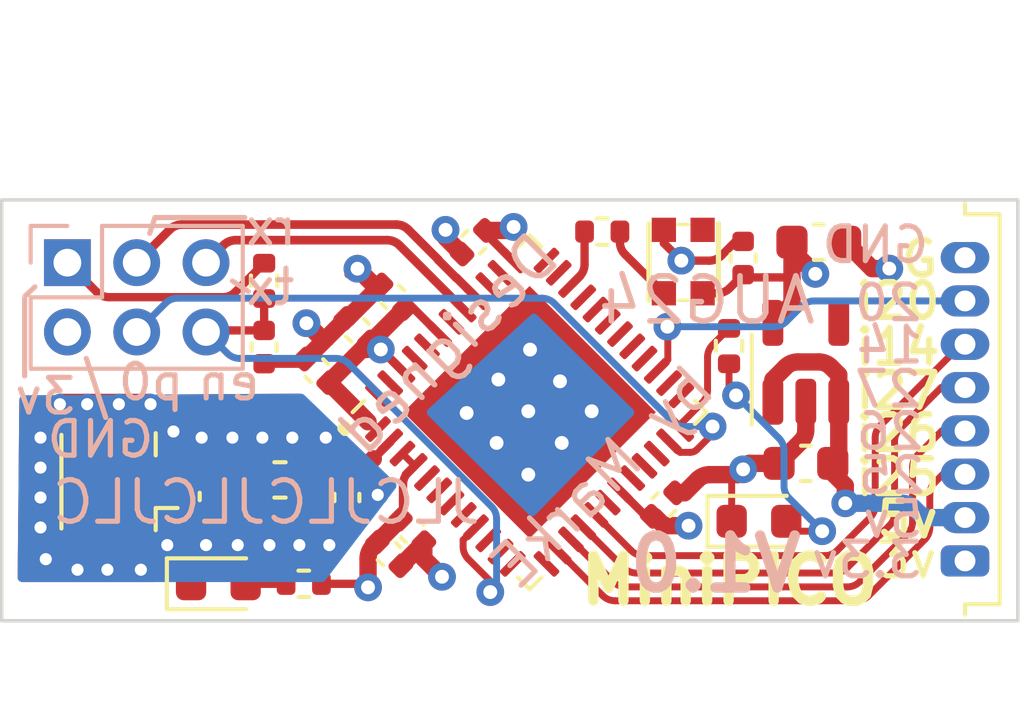
<source format=kicad_pcb>
(kicad_pcb (version 20221018) (generator pcbnew)
  (layers (0 "F.Cu" signal) (1 "In1.Cu" signal) (2 "In2.Cu" signal) (31 "B.Cu" signal) (34 "B.Paste" user) (35 "F.Paste" user) (36 "B.SilkS" user "B.Silkscreen") (37 "F.SilkS" user "F.Silkscreen") (38 "B.Mask" user) (39 "F.Mask" user) (44 "Edge.Cuts" user))
  (net 0 "")
  (net 1 "GND")
  (net 2 "Net-(AE1-A)")
  (net 3 "+3V3")
  (net 4 "Net-(U1-LNA_IN)")
  (net 28 "+5V")
  (net 29 "Net-(J1-Pin_3)")
  (net 30 "Net-(J1-Pin_5)")
  (net 31 "Net-(J1-Pin_6)")
  (net 32 "Net-(J1-Pin_4)")
  (net 33 "Net-(J2-Pin_7)")
  (net 34 "Net-(J2-Pin_5)")
  (net 35 "Net-(J2-Pin_6)")
  (net 36 "Net-(J2-Pin_4)")
  (net 37 "Net-(J2-Pin_3)")
  (net 38 "Net-(D1-DIN)")
  (net 39 "Net-(U1-GPIO5)")
  (net 40 "Net-(D2-A)")
  (net 42 "Net-(D3-A)")
  (net 43 "Net-(U1-GPIO4{slash}ADC2_CH0)")
  (footprint "LED_SMD:LED_0603_1608Metric" (layer "F.Cu") (at 100.3808 49.2506)
    (fp_text reference "D3" hide)
    (fp_text value "LED")
  )
  (footprint "Capacitor_SMD:C_0402_1005Metric" (layer "F.Cu") (at 88.7984 43.7388 135)
    (fp_text reference "C8" hide)
    (fp_text value "1uF")
  )
  (footprint "Connector_Coaxial:U.FL_Hirose_U.FL-R-SMT-1_Vertical" (layer "F.Cu") (at 82.0928 48.1076 180)
    (fp_text reference "AE1" hide)
    (fp_text value "Antenna")
  )
  (footprint "Capacitor_SMD:C_0402_1005Metric" (layer "F.Cu") (at 89.8144 42.7736 135)
    (fp_text reference "C12" hide)
    (fp_text value "100nF")
  )
  (footprint "Capacitor_SMD:C_0402_1005Metric" (layer "F.Cu") (at 99.9236 41.656 90)
    (fp_text reference "C11" hide)
    (fp_text value "1uF")
  )
  (footprint "Capacitor_SMD:C_0402_1005Metric" (layer "F.Cu") (at 84.6074 48.535 90)
    (fp_text reference "C3" hide)
    (fp_text value "1.5pF")
  )
  (footprint "Resistor_SMD:R_0402_1005Metric" (layer "F.Cu") (at 95.8596 40.894)
    (fp_text reference "R2" hide)
    (fp_text value "47R")
  )
  (footprint "Capacitor_SMD:C_0402_1005Metric" (layer "F.Cu") (at 90.3732 49.53 -45)
    (fp_text reference "C9" hide)
    (fp_text value "1uF")
  )
  (footprint "Capacitor_SMD:C_0402_1005Metric" (layer "F.Cu") (at 97.6376 48.768 45)
    (fp_text reference "C10" hide)
    (fp_text value "100nF")
  )
  (footprint "Resistor_SMD:R_0402_1005Metric" (layer "F.Cu") (at 86.106 42.3144 -90)
    (fp_text reference "R1" hide)
    (fp_text value "10K")
  )
  (footprint "Package_DFN_QFN:QFN-48-1EP_7x7mm_P0.5mm_EP5.15x5.15mm" (layer "F.Cu") (at 93.764237 46.103604 45)
    (fp_text reference "U1" hide)
    (fp_text value "ESP32-PICO-V3")
  )
  (footprint "Resistor_SMD:R_0402_1005Metric" (layer "F.Cu") (at 99.5172 44.196 -90)
    (fp_text reference "R4" hide)
    (fp_text value "330R")
  )
  (footprint "Inductor_SMD:L_0603_1608Metric" (layer "F.Cu") (at 86.5632 48.0568 180)
    (fp_text reference "L1" hide)
    (fp_text value "1.8nH")
  )
  (footprint "Mylib:WS2812_2020" (layer "F.Cu") (at 98.1964 41.7576 90)
    (fp_text reference "D1" hide)
    (fp_text value "WS2812B")
  )
  (footprint "LED_SMD:LED_0603_1608Metric" (layer "F.Cu") (at 84.7852 51.054)
    (fp_text reference "D2" hide)
    (fp_text value "LED")
  )
  (footprint "Capacitor_SMD:C_0603_1608Metric" (layer "F.Cu") (at 101.7346 47.5796 180)
    (fp_text reference "C7" hide)
    (fp_text value "10uF")
  )
  (footprint "Capacitor_SMD:C_0603_1608Metric" (layer "F.Cu") (at 102.108 41.1988)
    (fp_text reference "C6" hide)
    (fp_text value "10uF")
  )
  (footprint "Package_TO_SOT_SMD:SOT-23-5" (layer "F.Cu") (at 101.7324 44.6641 90)
    (fp_text reference "U3" hide)
    (fp_text value "AP2112K-3.3")
  )
  (footprint "Resistor_SMD:R_0402_1005Metric" (layer "F.Cu") (at 87.249 51.054 180)
    (fp_text reference "R3" hide)
    (fp_text value "330R")
  )
  (footprint "Connector_Hirose:Hirose_DF13-08P-1.25DSA_1x08_P1.25mm_Vertical" (layer "F.Cu") (at 106.3244 50.3936 90)
    (fp_text reference "J2" hide)
    (fp_text value "Conn_01x08_Socket" hide)
  )
  (footprint "Capacitor_SMD:C_0402_1005Metric" (layer "F.Cu") (at 86.106 44.224 -90)
    (fp_text reference "C1" hide)
    (fp_text value "1uF")
  )
  (footprint "Capacitor_SMD:C_0402_1005Metric" (layer "F.Cu") (at 87.63 44.9072 135)
    (fp_text reference "C5" hide)
    (fp_text value "100nF")
  )
  (footprint "Capacitor_SMD:C_0402_1005Metric" (layer "F.Cu") (at 88.4936 48.5648 90)
    (fp_text reference "C2" hide)
    (fp_text value "1.5pF")
  )
  (footprint "Capacitor_SMD:C_0402_1005Metric" (layer "F.Cu") (at 89.7128 50.1904 -45)
    (fp_text reference "C13" hide)
    (fp_text value "100nF")
  )
  (footprint "Capacitor_SMD:C_0402_1005Metric" (layer "F.Cu") (at 92.1512 41.1988 -135)
    (fp_text reference "C4" hide)
    (fp_text value "100nF")
  )
  (footprint "Connector_PinHeader_2.00mm:PinHeader_2x03_P2.00mm_Vertical" (layer "B.Cu") (at 80.4296 41.7896 -90)
    (fp_text reference "J1" hide)
    (fp_text value "Conn_02x03_Odd_Even")
  )
  (gr_line (start 82.9564 40.4876) (end 82.804 40.9448) (stroke (width 0.15)) (layer "B.SilkS"))
  (gr_line (start 79.2072 42.7562) (end 79.492 42.4862) (stroke (width 0.15)) (layer "B.SilkS"))
  (gr_line (start 79.1972 42.8244) (end 79.1972 45.0596) (stroke (width 0.15)) (layer "B.SilkS"))
  (gr_line (start 81.534 46.2534) (end 80.9752 44.5516) (stroke (width 0.15)) (layer "B.SilkS"))
  (gr_line (start 85.5472 40.4876) (end 82.9564 40.4876) (stroke (width 0.15)) (layer "B.SilkS"))
  (gr_line (start 85.6488 42.6212) (end 85.1916 42.3164) (stroke (width 0.15)) (layer "B.SilkS"))
  (gr_rect (start 78.5368 39.9796) (end 107.8484 52.1208) (stroke (width 0.1)) (fill none) (layer "Edge.Cuts"))
  (gr_text "5v" (at 105.2068 49.784) (layer "B.SilkS") (effects (font (size 1 1)) (justify left bottom mirror)))
  (gr_text "rx" (at 87.122 41.3512) (layer "B.SilkS") (effects (font (size 1 1)) (justify left bottom mirror)))
  (gr_text "JLCJLCJLCJLC" (at 92.4306 49.403) (layer "B.SilkS") (effects (font (size 1.2 1.2)) (justify left bottom mirror)))
  (gr_text "p0" (at 83.8708 45.8216) (layer "B.SilkS") (effects (font (size 1 1)) (justify left bottom mirror)))
  (gr_text "AUG24" (at 102.108 43.6372) (layer "B.SilkS") (effects (font (size 1.3 1.3) (thickness 0.1625)) (justify left bottom mirror)))
  (gr_text "14" (at 105.2068 44.7548) (layer "B.SilkS") (effects (font (size 1 1)) (justify left bottom mirror)))
  (gr_text "25" (at 105.2576 48.514) (layer "B.SilkS") (effects (font (size 1 1)) (justify left bottom mirror)))
  (gr_text "3.3v" (at 105.156 50.9524) (layer "B.SilkS") (effects (font (size 1 1)) (justify left bottom mirror)))
  (gr_text "3v" (at 80.7466 46.228) (layer "B.SilkS") (effects (font (size 1 1)) (justify left bottom mirror)))
  (gr_text "27" (at 105.156 46.0248) (layer "B.SilkS") (effects (font (size 1 1)) (justify left bottom mirror)))
  (gr_text "en" (at 86.0552 45.8216) (layer "B.SilkS") (effects (font (size 1 1)) (justify left bottom mirror)))
  (gr_text "GND" (at 83.0072 47.4726) (layer "B.SilkS") (effects (font (size 1 1)) (justify left bottom mirror)))
  (gr_text "20" (at 105.156 43.5356) (layer "B.SilkS") (effects (font (size 1 1)) (justify left bottom mirror)))
  (gr_text "26" (at 105.2068 47.244) (layer "B.SilkS") (effects (font (size 1 1)) (justify left bottom mirror)))
  (gr_text "V1.0" (at 101.7524 51.3588) (layer "B.SilkS") (effects (font (size 1.5 1.5) (thickness 0.3) bold) (justify left bottom mirror)))
  (gr_text "Designed" (at 94.8436 41.7068 45) (layer "B.SilkS") (effects (font (size 1.2 1.2) (thickness 0.1625)) (justify left bottom mirror)))
  (gr_text "tx" (at 87.0712 43.0784) (layer "B.SilkS") (effects (font (size 1 1)) (justify left bottom mirror)))
  (gr_text "by MarkE" (at 99.314 45.5168 45) (layer "B.SilkS") (effects (font (size 1.2 1.2)) (justify left bottom mirror)))
  (gr_text "GND" (at 105.3592 41.8592) (layer "B.SilkS") (effects (font (size 1 1)) (justify left bottom mirror)))
  (gr_text "G" (at 104.394 42.2656) (layer "F.SilkS") (effects (font (size 1 1) (thickness 0.1875)) (justify left bottom)))
  (gr_text "i25" (at 103.0732 48.5648) (layer "F.SilkS") (effects (font (size 1 1) (thickness 0.1875)) (justify left bottom)))
  (gr_text "3v" (at 103.6828 50.9524) (layer "F.SilkS") (effects (font (size 1 1)) (justify left bottom)))
  (gr_text "i14" (at 103.0732 44.8056) (layer "F.SilkS") (effects (font (size 1 1) (thickness 0.1875)) (justify left bottom)))
  (gr_text "i26" (at 103.0732 47.2948) (layer "F.SilkS") (effects (font (size 1 1) (thickness 0.1875)) (justify left bottom)))
  (gr_text "MiniPICO" (at 95.0976 51.7144) (layer "F.SilkS") (effects (font (size 1.3 1.3) (thickness 0.3) bold) (justify left bottom)))
  (gr_text "5v" (at 103.6828 49.784) (layer "F.SilkS") (effects (font (size 1 1) (thickness 0.1875)) (justify left bottom)))
  (gr_text "." (at 87.884 46.8376) (layer "F.SilkS") (effects (font (size 1.5 1.5) (thickness 0.3) bold) (justify left bottom)))
  (gr_text "i20" (at 103.0732 43.4848) (layer "F.SilkS") (effects (font (size 1 1) (thickness 0.1875)) (justify left bottom)))
  (gr_text "i27" (at 103.0732 46.0756) (layer "F.SilkS") (effects (font (size 1 1) (thickness 0.1875)) (justify left bottom)))
  (segment (start 99.9236 47.752) (end 100.096 47.5796) (width 0.5) (layer "F.Cu") (net 1))
  (segment (start 87.900189 43.976611) (end 87.309011 44.567789) (width 0.5) (layer "F.Cu") (net 1))
  (segment (start 100.096 47.5796) (end 100.9596 47.5796) (width 0.5) (layer "F.Cu") (net 1))
  (segment (start 80.7212 50.6476) (end 82.55 50.6476) (width 0.5) (layer "F.Cu") (net 1))
  (segment (start 88.458989 43.399389) (end 88.509789 43.399389) (width 0.5) (layer "F.Cu") (net 1))
  (segment (start 83.312 49.9364) (end 80.137 49.9364) (width 0.5) (layer "F.Cu") (net 1))
  (segment (start 80.264 45.8216) (end 80.2132 45.8724) (width 0.5) (layer "F.Cu") (net 1))
  (segment (start 88.8264 49.0448) (end 88.4936 49.0448) (width 0.5) (layer "F.Cu") (net 1))
  (segment (start 79.7306 49.3522) (end 79.6544 49.4284) (width 0.5) (layer "F.Cu") (net 1))
  (segment (start 83.5152 49.9364) (end 84.4296 49.9364) (width 0.5) (layer "F.Cu") (net 1))
  (segment (start 90.052211 50.529811) (end 90.712611 49.869411) (width 0.5) (layer "F.Cu") (net 1))
  (segment (start 99.7712 47.9044) (end 98.962307 47.9044) (width 0.5) (layer "F.Cu") (net 1))
  (segment (start 79.7814 46.9646) (end 79.6544 46.8376) (width 0.5) (layer "F.Cu") (net 1))
  (segment (start 83.185 46.9646) (end 79.7814 46.9646) (width 0.5) (layer "F.Cu") (net 1))
  (segment (start 82.8294 45.8724) (end 82.7786 45.8216) (width 0.5) (layer "F.Cu") (net 1))
  (segment (start 83.4898 46.6598) (end 83.4898 46.4058) (width 0.5) (layer "F.Cu") (net 1))
  (segment (start 81.0006 45.8724) (end 81.0006 46.0154) (width 0.24) (layer "F.Cu") (net 1))
  (segment (start 89.3826 48.4886) (end 89.3826 48.5394) (width 0.5) (layer "F.Cu") (net 1))
  (segment (start 86.9188 46.8376) (end 86.9188 46.5836) (width 0.5) (layer "F.Cu") (net 1))
  (segment (start 99.297399 41.585001) (end 99.7064 41.176) (width 0.24) (layer "F.Cu") (net 1))
  (segment (start 103.645 41.9608) (end 102.883 41.1988) (width 0.5) (layer "F.Cu") (net 1))
  (segment (start 88.458989 43.417811) (end 87.900189 43.976611) (width 0.5) (layer "F.Cu") (net 1))
  (segment (start 83.8962 49.3522) (end 79.7306 49.3522) (width 0.5) (layer "F.Cu") (net 1))
  (segment (start 81.0006 46.0154) (end 81.6178 46.6326) (width 0.24) (layer "F.Cu") (net 1))
  (segment (start 79.6544 46.8376) (end 79.6544 46.4312) (width 0.5) (layer "F.Cu") (net 1))
  (segment (start 88.7984 41.9641) (end 88.702098 41.9641) (width 0.25) (layer "F.Cu") (net 1))
  (segment (start 99.5933 48.0823) (end 99.9236 47.752) (width 0.2) (layer "F.Cu") (net 1))
  (segment (start 101.7324 45.8016) (end 101.7324 46.599693) (width 0.5) (layer "F.Cu") (net 1))
  (segment (start 91.2368 50.8508) (end 90.712611 50.326611) (width 0.5) (layer "F.Cu") (net 1))
  (segment (start 87.9856 46.9392) (end 87.9856 46.99) (width 0.5) (layer "F.Cu") (net 1))
  (segment (start 83.2184 46.236) (end 82.8548 45.8724) (width 0.5) (layer "F.Cu") (net 1))
  (segment (start 86.5552 46.236) (end 83.2184 46.236) (width 0.5) (layer "F.Cu") (net 1))
  (segment (start 97.6376 41.227838) (end 97.6376 40.8432) (width 0.24) (layer "F.Cu") (net 1))
  (segment (start 83.4898 46.4058) (end 83.312 46.228) (width 0.5) (layer "F.Cu") (net 1))
  (segment (start 83.7184 49.7332) (end 86.0552 49.7332) (width 0.5) (layer "F.Cu") (net 1))
  (segment (start 82.9056 50.3428) (end 83.312 49.9364) (width 0.5) (layer "F.Cu") (net 1))
  (segment (start 87.154378 44.704) (end 87.290589 44.567789) (width 0.24) (layer "F.Cu") (net 1))
  (segment (start 84.716 49.1236) (end 88.4148 49.1236) (width 0.5) (layer "F.Cu") (net 1))
  (segment (start 87.309011 44.567789) (end 87.290589 44.567789) (width 0.5) (layer "F.Cu") (net 1))
  (segment (start 79.6544 46.4312) (end 80.2132 45.8724) (width 0.5) (layer "F.Cu") (net 1))
  (segment (start 86.0552 49.7332) (end 86.2584 49.9364) (width 0.5) (layer "F.Cu") (net 1))
  (segment (start 88.4148 49.1236) (end 88.4936 49.0448) (width 0.5) (layer "F.Cu") (net 1))
  (segment (start 98.608753 48.050847) (end 98.231011 48.428589) (width 0.5) (layer "F.Cu") (net 1))
  (segment (start 99.7064 41.176) (end 99.9236 41.176) (width 0.24) (layer "F.Cu") (net 1))
  (segment (start 89.3826 48.5394) (end 87.9856 49.9364) (width 0.5) (layer "F.Cu") (net 1))
  (segment (start 84.3026 46.8376) (end 84.3026 46.236) (width 0.5) (layer "F.Cu") (net 1))
  (segment (start 101.585953 46.953247) (end 100.9596 47.5796) (width 0.5) (layer "F.Cu") (net 1))
  (segment (start 87.900189 43.976611) (end 87.766211 43.976611) (width 0.5) (layer "F.Cu") (net 1))
  (segment (start 87.766211 43.976611) (end 87.3252 43.5356) (width 0.5) (layer "F.Cu") (net 1))
  (segment (start 104.14 41.9608) (end 103.645 41.9608) (width 0.5) (layer "F.Cu") (net 1))
  (segment (start 98.14121 41.731448) (end 97.6376 41.227838) (width 0.24) (layer "F.Cu") (net 1))
  (segment (start 87.9856 49.3776) (end 83.8708 49.3776) (width 0.5) (layer "F.Cu") (net 1))
  (segment (start 79.6544 46.8376) (end 79.6544 47.7012) (width 0.5) (layer "F.Cu") (net 1))
  (segment (start 83.312 46.228) (end 80.1116 46.228) (width 0.5) (layer "F.Cu") (net 1))
  (segment (start 91.3384 40.8432) (end 91.3384 41.064822) (width 0.25) (layer "F.Cu") (net 1))
  (segment (start 79.8068 50.3428) (end 82.9056 50.3428) (width 0.5) (layer "F.Cu") (net 1))
  (segment (start 86.106 44.704) (end 87.154378 44.704) (width 0.24) (layer "F.Cu") (net 1))
  (segment (start 89.268489 42.434189) (end 88.7984 41.9641) (width 0.5) (layer "F.Cu") (net 1))
  (segment (start 80.137 49.9364) (end 79.7052 49.5046) (width 0.5) (layer "F.Cu") (net 1))
  (segment (start 82.7786 45.8216) (end 80.264 45.8216) (width 0.5) (layer "F.Cu") (net 1))
  (segment (start 99.9236 47.752) (end 99.7712 47.9044) (width 0.5) (layer "F.Cu") (net 1))
  (segment (start 83.6676 49.3776) (end 83.312 49.7332) (width 0.5) (layer "F.Cu") (net 1))
  (segment (start 98.231011 48.428589) (end 97.977011 48.428589) (width 0.5) (layer "F.Cu") (net 1))
  (segment (start 86.5632 46.228) (end 86.5552 46.236) (width 0.5) (layer "F.Cu") (net 1))
  (segment (start 91.3384 41.064822) (end 91.811789 41.538211) (width 0.5) (layer "F.Cu") (net 1))
  (segment (start 87.9856 46.99) (end 83.1596 46.99) (width 0.5) (layer "F.Cu") (net 1))
  (segment (start 87.290589 43.570211) (end 87.3252 43.5356) (width 0.24) (layer "F.Cu") (net 1))
  (segment (start 80.1116 46.228) (end 79.8576 45.974) (width 0.5) (layer "F.Cu") (net 1))
  (segment (start 83.312 49.9364) (end 83.5152 49.7332) (width 0.5) (layer "F.Cu") (net 1))
  (segment (start 98.14121 41.731448) (end 98.943845 41.731448) (width 0.24) (layer "F.Cu") (net 1))
  (segment (start 87.884 46.8376) (end 87.9856 46.9392) (width 0.5) (layer "F.Cu") (net 1))
  (segment (start 99.5933 49.2506) (end 99.5933 48.0823) (width 0.2) (layer "F.Cu") (net 1))
  (segment (start 90.712611 49.615411) (end 90.712611 49.869411) (width 0.2) (layer "F.Cu") (net 1))
  (segment (start 84.6074 49.015) (end 84.716 49.1236) (width 0.5) (layer "F.Cu") (net 1))
  (segment (start 82.8548 45.8724) (end 82.8294 45.8724) (width 0.5) (layer "F.Cu") (net 1))
  (segment (start 87.9856 49.9364) (end 87.9856 49.3776) (width 0.5) (layer "F.Cu") (net 1))
  (segment (start 90.712611 50.326611) (end 90.712611 49.869411) (width 0.5) (layer "F.Cu") (net 1))
  (segment (start 89.474989 42.434189) (end 89.268489 42.434189) (width 0.5) (layer "F.Cu") (net 1))
  (segment (start 88.509789 43.399389) (end 89.474989 42.434189) (width 0.5) (layer "F.Cu") (net 1))
  (segment (start 86.9188 46.5836) (end 86.5632 46.228) (width 0.5) (layer "F.Cu") (net 1))
  (segment (start 84.3026 46.236) (end 83.2184 46.236) (width 0.5) (layer "F.Cu") (net 1))
  (segment (start 88.702098 41.9641) (end 88.5444 42.121798) (width 0.25) (layer "F.Cu") (net 1))
  (segment (start 86.2584 49.9364) (end 85.344 49.9364) (width 0.5) (layer "F.Cu") (net 1))
  (segment (start 89.3826 48.4886) (end 88.8264 49.0448) (width 0.5) (layer "F.Cu") (net 1))
  (segment (start 88.458989 43.399389) (end 88.458989 43.417811) (width 0.5) (layer "F.Cu") (net 1))
  (segment (start 83.1596 46.99) (end 83.4898 46.6598) (width 0.5) (layer "F.Cu") (net 1))
  (segment (start 83.4898 46.6598) (end 83.185 46.9646) (width 0.5) (layer "F.Cu") (net 1))
  (segment (start 83.312 49.7332) (end 83.312 49.9364) (width 0.5) (layer "F.Cu") (net 1))
  (segment (start 83.312 49.9364) (end 83.8962 49.3522) (width 0.5) (layer "F.Cu") (net 1))
  (via (at 84.4296 49.9364) (size 0.6) (drill 0.35) (layers "F.Cu" "B.Cu") (net 1))
  (via (at 84.3026 46.8376) (size 0.6) (drill 0.35) (layers "F.Cu" "B.Cu") (net 1))
  (via (at 79.6544 47.7012) (size 0.6) (drill 0.35) (layers "F.Cu" "B.Cu") (net 1))
  (via (at 79.6544 46.8376) (size 0.6) (drill 0.35) (layers "F.Cu" "B.Cu") (net 1))
  (via (at 93.7768 44.2976) (size 0.8) (drill 0.4) (layers "F.Cu" "B.Cu") (net 1))
  (via (at 82.8294 45.8724) (size 0.6) (drill 0.35) (layers "F.Cu" "B.Cu") (net 1))
  (via (at 98.14121 41.731448) (size 0.8) (drill 0.4) (layers "F.Cu" "B.Cu") (net 1))
  (via (at 99.9236 47.752) (size 0.8) (drill 0.4) (layers "F.Cu" "B.Cu") (net 1))
  (via (at 79.6544 48.5648) (size 0.6) (drill 0.35) (layers "F.Cu" "B.Cu") (net 1))
  (via (at 80.2132 45.8724) (size 0.6) (drill 0.35) (layers "F.Cu" "B.Cu") (net 1))
  (via (at 94.6912 46.99) (size 0.8) (drill 0.4) (layers "F.Cu" "B.Cu") (net 1))
  (via (at 81.0006 45.8724) (size 0.6) (drill 0.35) (layers "F.Cu" "B.Cu") (net 1))
  (via (at 87.9856 49.9364) (size 0.6) (drill 0.35) (layers "F.Cu" "B.Cu") (net 1))
  (via (at 83.4898 46.6598) (size 0.6) (drill 0.35) (layers "F.Cu" "B.Cu") (net 1))
  (via (at 93.726 47.9044) (size 0.8) (drill 0.4) (layers "F.Cu" "B.Cu") (net 1))
  (via (at 93.726 46.0756) (size 0.8) (drill 0.4) (layers "F.Cu" "B.Cu") (net 1))
  (via (at 91.948 46.1264) (size 0.8) (drill 0.4) (layers "F.Cu" "B.Cu") (net 1))
  (via (at 86.2584 49.9364) (size 0.6) (drill 0.35) (layers "F.Cu" "B.Cu") (net 1))
  (via (at 89.3826 48.4886) (size 0.6) (drill 0.35) (layers "F.Cu" "B.Cu") (net 1))
  (via (at 95.5548 46.0756) (size 0.8) (drill 0.4) (layers "F.Cu" "B.Cu") (net 1))
  (via (at 86.0552 46.8376) (size 0.6) (drill 0.35) (layers "F.Cu" "B.Cu") (net 1))
  (via (at 83.312 49.9364) (size 0.6) (drill 0.35) (layers "F.Cu" "B.Cu") (net 1))
  (via (at 104.14 41.9608) (size 0.8) (drill 0.4) (layers "F.Cu" "B.Cu") (net 1))
  (via (at 85.344 49.9364) (size 0.6) (drill 0.35) (layers "F.Cu" "B.Cu") (net 1))
  (via (at 82.55 50.6476) (size 0.6) (drill 0.35) (layers "F.Cu" "B.Cu") (net 1))
  (via (at 86.9188 46.8376) (size 0.6) (drill 0.35) (layers "F.Cu" "B.Cu") (net 1))
  (via (at 81.915 45.8724) (size 0.6) (drill 0.35) (layers "F.Cu" "B.Cu") (net 1))
  (via (at 87.3252 43.5356) (size 0.8) (drill 0.4) (layers "F.Cu" "B.Cu") (net 1))
  (via (at 92.8116 46.99) (size 0.8) (drill 0.4) (layers "F.Cu" "B.Cu") (net 1))
  (via (at 91.2368 50.8508) (size 0.8) (drill 0.4) (layers "F.Cu" "B.Cu") (net 1))
  (via (at 79.6544 49.4284) (size 0.6) (drill 0.35) (layers "F.Cu" "B.Cu") (net 1))
  (via (at 88.7984 41.9641) (size 0.8) (drill 0.4) (layers "F.Cu" "B.Cu") (net 1))
  (via (at 79.8068 50.3428) (size 0.6) (drill 0.35) (layers "F.Cu" "B.Cu") (net 1))
  (via (at 85.1916 46.8376) (size 0.6) (drill 0.35) (layers "F.Cu" "B.Cu") (net 1))
  (via (at 92.8624 45.1612) (size 0.8) (drill 0.4) (layers "F.Cu" "B.Cu") (net 1))
  (via (at 91.3384 40.8432) (size 0.8) (drill 0.4) (layers "F.Cu" "B.Cu") (net 1))
  (via (at 80.7212 50.6476) (size 0.6) (drill 0.35) (layers "F.Cu" "B.Cu") (net 1))
  (via (at 87.884 46.8376) (size 0.6) (drill 0.35) (layers "F.Cu" "B.Cu") (net 1))
  (via (at 87.122 49.9364) (size 0.6) (drill 0.35) (layers "F.Cu" "B.Cu") (net 1))
  (via (at 94.6404 45.212) (size 0.8) (drill 0.4) (layers "F.Cu" "B.Cu") (net 1))
  (via (at 81.5848 50.6476) (size 0.6) (drill 0.35) (layers "F.Cu" "B.Cu") (net 1))
  (arc (start 98.608753 48.050847) (mid 98.770965 47.94246) (end 98.962307 47.9044) (width 0.5) (layer "F.Cu") (net 1))
  (arc (start 99.297399 41.585001) (mid 99.135187 41.693388) (end 98.943845 41.731448) (width 0.24) (layer "F.Cu") (net 1))
  (arc (start 101.7324 46.599693) (mid 101.69434 46.791035) (end 101.585953 46.953247) (width 0.5) (layer "F.Cu") (net 1))
  (segment (start 84.6092 48.0568) (end 84.6074 48.055) (width 0.5) (layer "F.Cu") (net 2))
  (segment (start 83.346 48.1076) (end 84.5548 48.1076) (width 0.5) (layer "F.Cu") (net 2))
  (segment (start 85.7757 48.0568) (end 84.6092 48.0568) (width 0.5) (layer "F.Cu") (net 2))
  (segment (start 84.5548 48.1076) (end 84.6074 48.055) (width 0.5) (layer "F.Cu") (net 2))
  (segment (start 87.969411 45.246611) (end 88.922168 44.293854) (width 0.5) (layer "F.Cu") (net 3))
  (segment (start 93.302444 40.758755) (end 93.20181 40.859389) (width 0.5) (layer "F.Cu") (net 3))
  (segment (start 97.6376 49.3776) (end 98.3488 49.3776) (width 0.5) (layer "F.Cu") (net 3))
  (segment (start 89.36334 46.58974) (end 89.154 46.3804) (width 0.24) (layer "F.Cu") (net 3))
  (segment (start 84.918693 42.7846) (end 81.631707 42.7846) (width 0.24) (layer "F.Cu") (net 3))
  (segment (start 87.759 51.054) (end 89.0016 51.054) (width 0.24) (layer "F.Cu") (net 3))
  (segment (start 92.34212 40.7924) (end 93.278101 41.728381) (width 0.25) (layer "F.Cu") (net 3))
  (segment (start 93.20181 40.859389) (end 92.490611 40.859389) (width 0.5) (layer "F.Cu") (net 3))
  (segment (start 90.111368 48.195813) (end 90.111368 49.11301) (width 0.24) (layer "F.Cu") (net 3))
  (segment (start 90.111368 49.11301) (end 90.033789 49.190589) (width 0.24) (layer "F.Cu") (net 3))
  (segment (start 101.333 42.2148) (end 101.333 41.1988) (width 0.5) (layer "F.Cu") (net 3))
  (segment (start 89.188611 44.078211) (end 90.153811 43.113011) (width 0.5) (layer "F.Cu") (net 3))
  (segment (start 89.074568 44.293854) (end 88.697155 44.671267) (width 0.24) (layer "F.Cu") (net 3))
  (segment (start 96.371693 48.357507) (end 97.121597 49.107411) (width 0.24) (layer "F.Cu") (net 3))
  (segment (start 89.249647 49.974731) (end 89.373389 49.850989) (width 0.5) (layer "F.Cu") (net 3))
  (segment (start 98.7552 42.672) (end 99.180493 42.672) (width 0.24) (layer "F.Cu") (net 3))
  (segment (start 89.404254 44.293854) (end 89.188611 44.078211) (width 0.5) (layer "F.Cu") (net 3))
  (segment (start 99.534047 42.525553) (end 99.9236 42.136) (width 0.24) (layer "F.Cu") (net 3))
  (segment (start 97.121597 49.107411) (end 97.298189 49.107411) (width 0.24) (layer "F.Cu") (net 3))
  (segment (start 97.298189 49.107411) (end 97.367411 49.107411) (width 0.24) (layer "F.Cu") (net 3))
  (segment (start 89.0016 51.054) (end 89.1032 51.1556) (width 0.24) (layer "F.Cu") (net 3))
  (segment (start 89.73736 44.5516) (end 90.096121 44.910361) (width 0.25) (layer "F.Cu") (net 3))
  (segment (start 81.278153 42.638153) (end 80.4296 41.7896) (width 0.24) (layer "F.Cu") (net 3))
  (segment (start 98.5292 42.898) (end 98.7552 42.672) (width 0.24) (layer "F.Cu") (net 3))
  (segment (start 89.389014 46.58974) (end 89.36334 46.58974) (width 0.24) (layer "F.Cu") (net 3))
  (segment (start 87.932022 45.284) (end 87.969411 45.246611) (width 0.2) (layer "F.Cu") (net 3))
  (segment (start 89.1032 51.1556) (end 89.1032 50.328285) (width 0.5) (layer "F.Cu") (net 3))
  (segment (start 97.367411 49.107411) (end 97.6376 49.3776) (width 0.5) (layer "F.Cu") (net 3))
  (segment (start 100.0024 42.2148) (end 101.333 42.2148) (width 0.24) (layer "F.Cu") (net 3))
  (segment (start 89.480148 44.293854) (end 89.074568 44.293854) (width 0.24) (layer "F.Cu") (net 3))
  (segment (start 90.449674 47.6504) (end 90.257814 47.84226) (width 0.24) (layer "F.Cu") (net 3))
  (segment (start 89.373389 49.850989) (end 90.033789 49.190589) (width 0.5) (layer "F.Cu") (net 3))
  (segment (start 90.420091 43.113011) (end 91.156781 43.849701) (width 0.24) (layer "F.Cu") (net 3))
  (segment (start 86.106 41.8044) (end 85.272246 42.638154) (width 0.24) (layer "F.Cu") (net 3))
  (segment (start 90.449674 47.6504) (end 90.096121 47.296847) (width 0.2) (layer "F.Cu") (net 3))
  (segment (start 101.333 42.976) (end 101.333 42.2148) (width 0.5) (layer "F.Cu") (net 3))
  (segment (start 87.969411 45.246611) (end 89.1032 46.3804) (width 0.5) (layer "F.Cu") (net 3))
  (segment (start 101.333 41.4398) (end 102.0064 42.1132) (width 0.5) (layer "F.Cu") (net 3))
  (segment (start 89.480148 44.293854) (end 89.404254 44.293854) (width 0.5) (layer "F.Cu") (net 3))
  (segment (start 89.480148 44.294388) (end 90.096121 44.910361) (width 0.24) (layer "F.Cu") (net 3))
  (segment (start 99.9236 42.136) (end 100.0024 42.2148) (width 0.24) (layer "F.Cu") (net 3))
  (segment (start 90.153811 43.113011) (end 90.420091 43.113011) (width 0.24) (layer "F.Cu") (net 3))
  (segment (start 88.922168 44.293854) (end 89.074568 44.293854) (width 0.5) (layer "F.Cu") (net 3))
  (segment (start 89.480148 44.293854) (end 89.480148 44.294388) (width 0.24) (layer "F.Cu") (net 3))
  (segment (start 101.333 41.1988) (end 101.333 41.4398) (width 0.5) (layer "F.Cu") (net 3))
  (segment (start 100.7824 43.5266) (end 101.333 42.976) (width 0.5) (layer "F.Cu") (net 3))
  (via (at 93.302444 40.758755) (size 0.8) (drill 0.4) (layers "F.Cu" "B.Cu") (net 3))
  (via (at 89.471564 44.294314) (size 0.8) (drill 0.4) (layers "F.Cu" "B.Cu") (net 3))
  (via (at 98.3488 49.3776) (size 0.8) (drill 0.4) (layers "F.Cu" "B.Cu") (net 3))
  (via (at 102.0064 42.1132) (size 0.8) (drill 0.4) (layers "F.Cu" "B.Cu") (net 3))
  (via (at 89.1032 51.1556) (size 0.8) (drill 0.4) (layers "F.Cu" "B.Cu") (net 3))
  (arc (start 89.249647 49.974731) (mid 89.14126 50.136943) (end 89.1032 50.328285) (width 0.5) (layer "F.Cu") (net 3))
  (arc (start 99.534047 42.525553) (mid 99.371835 42.63394) (end 99.180493 42.672) (width 0.24) (layer "F.Cu") (net 3))
  (arc (start 81.631707 42.7846) (mid 81.440365 42.74654) (end 81.278153 42.638153) (width 0.24) (layer "F.Cu") (net 3))
  (arc (start 90.111368 48.195813) (mid 90.149428 48.004472) (end 90.257814 47.84226) (width 0.24) (layer "F.Cu") (net 3))
  (arc (start 84.918693 42.7846) (mid 85.110034 42.74654) (end 85.272246 42.638154) (width 0.24) (layer "F.Cu") (net 3))
  (segment (start 89.742567 46.960233) (end 89.2556 47.4472) (width 0.25) (layer "F.Cu") (net 4))
  (segment (start 88.4656 48.0568) (end 88.4936 48.0848) (width 0.5) (layer "F.Cu") (net 4))
  (segment (start 89.742567 46.943293) (end 89.742567 46.960233) (width 0.25) (layer "F.Cu") (net 4))
  (segment (start 88.4936 48.0848) (end 88.610781 47.967619) (width 0.5) (layer "F.Cu") (net 4))
  (segment (start 88.610781 47.967619) (end 88.623378 47.967619) (width 0.5) (layer "F.Cu") (net 4))
  (segment (start 87.3507 48.0568) (end 88.4656 48.0568) (width 0.5) (layer "F.Cu") (net 4))
  (segment (start 88.961693 47.741107) (end 89.2556 47.4472) (width 0.5) (layer "F.Cu") (net 4))
  (arc (start 88.623378 47.967619) (mid 88.803061 47.8699) (end 88.961693 47.741107) (width 0.5) (layer "F.Cu") (net 4))
  (segment (start 102.87 48.730578) (end 102.87 48.2188) (width 0.5) (layer "F.Cu") (net 28))
  (segment (start 102.87 48.2188) (end 102.5096 47.8584) (width 0.5) (layer "F.Cu") (net 28))
  (segment (start 102.457647 44.799647) (end 102.6824 45.0244) (width 0.5) (layer "F.Cu") (net 28))
  (segment (start 100.7824 45.166) (end 101.148754 44.799646) (width 0.5) (layer "F.Cu") (net 28))
  (segment (start 102.5096 47.8584) (end 102.5096 47.5796) (width 0.5) (layer "F.Cu") (net 28))
  (segment (start 101.502307 44.6532) (end 102.104093 44.6532) (width 0.5) (layer "F.Cu") (net 28))
  (segment (start 102.6824 45.0244) (end 102.6824 45.8016) (width 0.5) (layer "F.Cu") (net 28))
  (segment (start 102.6824 47.4068) (end 102.5096 47.5796) (width 0.5) (layer "F.Cu") (net 28))
  (segment (start 100.7824 45.8016) (end 100.7824 45.166) (width 0.5) (layer "F.Cu") (net 28))
  (segment (start 102.6824 45.8016) (end 102.6824 47.4068) (width 0.5) (layer "F.Cu") (net 28))
  (via (at 102.87 48.730578) (size 0.8) (drill 0.4) (layers "F.Cu" "B.Cu") (net 28))
  (arc (start 102.104093 44.6532) (mid 102.295435 44.69126) (end 102.457647 44.799647) (width 0.5) (layer "F.Cu") (net 28))
  (arc (start 101.502307 44.6532) (mid 101.310966 44.69126) (end 101.148754 44.799646) (width 0.5) (layer "F.Cu") (net 28))
  (segment (start 105.331507 49.1436) (end 106.3244 49.1436) (width 0.5) (layer "B.Cu") (net 28))
  (segment (start 102.87 48.730578) (end 104.504271 48.730578) (width 0.5) (layer "B.Cu") (net 28))
  (segment (start 104.857825 48.877025) (end 104.977954 48.997154) (width 0.5) (layer "B.Cu") (net 28))
  (arc (start 104.857825 48.877025) (mid 104.695613 48.768638) (end 104.504271 48.730578) (width 0.5) (layer "B.Cu") (net 28))
  (arc (start 104.977954 48.997154) (mid 105.140166 49.10554) (end 105.331507 49.1436) (width 0.5) (layer "B.Cu") (net 28))
  (segment (start 91.127586 41.709608) (end 91.127586 41.699186) (width 0.25) (layer "F.Cu") (net 29))
  (segment (start 91.127586 41.699186) (end 90.265646 40.837246) (width 0.25) (layer "F.Cu") (net 29))
  (segment (start 92.217441 42.789041) (end 91.650814 42.222414) (width 0.25) (layer "F.Cu") (net 29))
  (segment (start 83.381953 40.837247) (end 82.4296 41.7896) (width 0.25) (layer "F.Cu") (net 29))
  (segment (start 91.650814 42.222414) (end 91.640392 42.222414) (width 0.25) (layer "F.Cu") (net 29))
  (segment (start 91.640392 42.222414) (end 91.127586 41.709608) (width 0.25) (layer "F.Cu") (net 29))
  (segment (start 89.912093 40.6908) (end 83.735507 40.6908) (width 0.25) (layer "F.Cu") (net 29))
  (arc (start 89.912093 40.6908) (mid 90.103434 40.72886) (end 90.265646 40.837246) (width 0.25) (layer "F.Cu") (net 29))
  (arc (start 83.381953 40.837247) (mid 83.544165 40.72886) (end 83.735507 40.6908) (width 0.25) (layer "F.Cu") (net 29))
  (segment (start 84.4296 41.7896) (end 84.931954 41.287246) (width 0.25) (layer "F.Cu") (net 30))
  (segment (start 90.008541 41.287247) (end 91.863888 43.142594) (width 0.25) (layer "F.Cu") (net 30))
  (segment (start 85.285507 41.1408) (end 89.654987 41.1408) (width 0.25) (layer "F.Cu") (net 30))
  (arc (start 90.008541 41.287247) (mid 89.846329 41.17886) (end 89.654987 41.1408) (width 0.25) (layer "F.Cu") (net 30))
  (arc (start 84.931954 41.287246) (mid 85.094166 41.17886) (end 85.285507 41.1408) (width 0.25) (layer "F.Cu") (net 30))
  (segment (start 91.8464 49.789208) (end 92.217441 49.418167) (width 0.2) (layer "F.Cu") (net 31))
  (segment (start 86.106 42.8244) (end 86.106 43.744) (width 0.24) (layer "F.Cu") (net 31))
  (segment (start 86.106 43.744) (end 84.4752 43.744) (width 0.24) (layer "F.Cu") (net 31))
  (segment (start 91.8464 49.983293) (end 91.8464 49.789208) (width 0.2) (layer "F.Cu") (net 31))
  (segment (start 84.4752 43.744) (end 84.4296 43.7896) (width 0.24) (layer "F.Cu") (net 31))
  (segment (start 92.628843 51.292979) (end 92.628843 50.972843) (width 0.2) (layer "F.Cu") (net 31))
  (segment (start 92.628843 50.972843) (end 91.992846 50.336846) (width 0.2) (layer "F.Cu") (net 31))
  (via (at 92.628843 51.292979) (size 0.8) (drill 0.4) (layers "F.Cu" "B.Cu") (net 31))
  (arc (start 91.992846 50.336846) (mid 91.88446 50.174634) (end 91.8464 49.983293) (width 0.2) (layer "F.Cu") (net 31))
  (segment (start 92.8116 51.110222) (end 92.8116 49.178307) (width 0.2) (layer "B.Cu") (net 31))
  (segment (start 85.045153 44.405153) (end 84.4296 43.7896) (width 0.2) (layer "B.Cu") (net 31))
  (segment (start 92.628843 51.292979) (end 92.8116 51.110222) (width 0.2) (layer "B.Cu") (net 31))
  (segment (start 88.184893 44.5516) (end 85.398707 44.5516) (width 0.2) (layer "B.Cu") (net 31))
  (segment (start 92.665153 48.824753) (end 88.538446 44.698046) (width 0.2) (layer "B.Cu") (net 31))
  (arc (start 85.398707 44.5516) (mid 85.207365 44.51354) (end 85.045153 44.405153) (width 0.2) (layer "B.Cu") (net 31))
  (arc (start 88.538446 44.698046) (mid 88.376234 44.58966) (end 88.184893 44.5516) (width 0.2) (layer "B.Cu") (net 31))
  (arc (start 92.665153 48.824753) (mid 92.77354 48.986965) (end 92.8116 49.178307) (width 0.2) (layer "B.Cu") (net 31))
  (segment (start 99.041892 46.516587) (end 99.041892 46.73029) (width 0.2) (layer "F.Cu") (net 32))
  (segment (start 98.396431 47.261598) (end 98.104212 47.261598) (width 0.2) (layer "F.Cu") (net 32))
  (segment (start 99.041892 46.73029) (end 98.591302 47.18088) (width 0.2) (layer "F.Cu") (net 32))
  (segment (start 98.104212 47.261598) (end 97.785907 46.943293) (width 0.2) (layer "F.Cu") (net 32))
  (via (at 99.041892 46.516587) (size 0.8) (drill 0.4) (layers "F.Cu" "B.Cu") (net 32))
  (arc (start 98.591302 47.18088) (mid 98.501894 47.24062) (end 98.396431 47.261598) (width 0.2) (layer "F.Cu") (net 32))
  (segment (start 94.118693 42.8146) (end 83.611707 42.8146) (width 0.2) (layer "B.Cu") (net 32))
  (segment (start 83.258153 42.961047) (end 82.4296 43.7896) (width 0.2) (layer "B.Cu") (net 32))
  (segment (start 97.88134 46.37014) (end 94.472246 42.961046) (width 0.2) (layer "B.Cu") (net 32))
  (segment (start 99.041892 46.516587) (end 98.234894 46.516587) (width 0.2) (layer "B.Cu") (net 32))
  (arc (start 83.258153 42.961047) (mid 83.420365 42.85266) (end 83.611707 42.8146) (width 0.2) (layer "B.Cu") (net 32))
  (arc (start 97.88134 46.37014) (mid 98.043552 46.478527) (end 98.234894 46.516587) (width 0.2) (layer "B.Cu") (net 32))
  (arc (start 94.472246 42.961046) (mid 94.310034 42.85266) (end 94.118693 42.8146) (width 0.2) (layer "B.Cu") (net 32))
  (segment (start 97.750657 43.648657) (end 97.750657 44.592057) (width 0.2) (layer "F.Cu") (net 33))
  (segment (start 97.7392 43.6372) (end 97.750657 43.648657) (width 0.2) (layer "F.Cu") (net 33))
  (segment (start 97.750657 44.592057) (end 97.432353 44.910361) (width 0.2) (layer "F.Cu") (net 33))
  (via (at 97.7392 43.6372) (size 0.8) (drill 0.4) (layers "F.Cu" "B.Cu") (net 33))
  (segment (start 101.166704 43.490753) (end 101.617411 43.040046) (width 0.2) (layer "B.Cu") (net 33))
  (segment (start 97.7392 43.6372) (end 100.81315 43.6372) (width 0.2) (layer "B.Cu") (net 33))
  (segment (start 101.970964 42.8936) (end 106.3244 42.8936) (width 0.2) (layer "B.Cu") (net 33))
  (arc (start 101.166704 43.490753) (mid 101.004492 43.59914) (end 100.81315 43.6372) (width 0.2) (layer "B.Cu") (net 33))
  (arc (start 101.617411 43.040046) (mid 101.779623 42.93166) (end 101.970964 42.8936) (width 0.2) (layer "B.Cu") (net 33))
  (segment (start 105.6348 45.3936) (end 104.438846 46.589554) (width 0.2) (layer "F.Cu") (net 34))
  (segment (start 96.489219 50.596353) (end 95.311033 49.418167) (width 0.2) (layer "F.Cu") (net 34))
  (segment (start 104.2924 46.943107) (end 104.2924 49.018093) (width 0.2) (layer "F.Cu") (net 34))
  (segment (start 102.567693 50.7428) (end 96.842773 50.7428) (width 0.2) (layer "F.Cu") (net 34))
  (segment (start 104.145953 49.371647) (end 102.921246 50.596354) (width 0.2) (layer "F.Cu") (net 34))
  (segment (start 106.3244 45.3936) (end 105.6348 45.3936) (width 0.2) (layer "F.Cu") (net 34))
  (arc (start 104.2924 49.018093) (mid 104.25434 49.209435) (end 104.145953 49.371647) (width 0.2) (layer "F.Cu") (net 34))
  (arc (start 104.438846 46.589554) (mid 104.33046 46.751766) (end 104.2924 46.943107) (width 0.2) (layer "F.Cu") (net 34))
  (arc (start 102.567693 50.7428) (mid 102.759034 50.70474) (end 102.921246 50.596354) (width 0.2) (layer "F.Cu") (net 34))
  (arc (start 96.489219 50.596353) (mid 96.651431 50.70474) (end 96.842773 50.7428) (width 0.2) (layer "F.Cu") (net 34))
  (segment (start 106.0744 45.3936) (end 106.3244 45.3936) (width 0.2) (layer "B.Cu") (net 34))
  (segment (start 102.281893 50.2412) (end 97.048279 50.2412) (width 0.2) (layer "F.Cu") (net 35))
  (segment (start 103.587153 49.143047) (end 102.635446 50.094754) (width 0.2) (layer "F.Cu") (net 35))
  (segment (start 96.694725 50.094753) (end 95.664586 49.064614) (width 0.2) (layer "F.Cu") (net 35))
  (segment (start 103.7336 46.842707) (end 103.7336 48.789493) (width 0.2) (layer "F.Cu") (net 35))
  (segment (start 106.2256 44.1436) (end 103.880046 46.489154) (width 0.2) (layer "F.Cu") (net 35))
  (segment (start 106.3244 44.1436) (end 106.2256 44.1436) (width 0.2) (layer "F.Cu") (net 35))
  (arc (start 102.281893 50.2412) (mid 102.473234 50.20314) (end 102.635446 50.094754) (width 0.2) (layer "F.Cu") (net 35))
  (arc (start 103.7336 48.789493) (mid 103.69554 48.980835) (end 103.587153 49.143047) (width 0.2) (layer "F.Cu") (net 35))
  (arc (start 96.694725 50.094753) (mid 96.856937 50.20314) (end 97.048279 50.2412) (width 0.2) (layer "F.Cu") (net 35))
  (arc (start 103.880046 46.489154) (mid 103.77166 46.651366) (end 103.7336 46.842707) (width 0.2) (layer "F.Cu") (net 35))
  (segment (start 106.0744 44.1436) (end 106.3244 44.1436) (width 0.2) (layer "B.Cu") (net 35))
  (segment (start 104.8121 47.693407) (end 104.8121 49.260393) (width 0.2) (layer "F.Cu") (net 36))
  (segment (start 106.3244 46.6436) (end 105.6548 46.6436) (width 0.2) (layer "F.Cu") (net 36))
  (segment (start 104.665653 49.613947) (end 103.283246 50.996354) (width 0.2) (layer "F.Cu") (net 36))
  (segment (start 96.182113 50.996353) (end 94.95748 49.77172) (width 0.2) (layer "F.Cu") (net 36))
  (segment (start 102.929693 51.1428) (end 96.535667 51.1428) (width 0.2) (layer "F.Cu") (net 36))
  (segment (start 105.6548 46.6436) (end 104.958546 47.339854) (width 0.2) (layer "F.Cu") (net 36))
  (arc (start 104.8121 47.693407) (mid 104.85016 47.502066) (end 104.958546 47.339854) (width 0.2) (layer "F.Cu") (net 36))
  (arc (start 103.283246 50.996354) (mid 103.121034 51.10474) (end 102.929693 51.1428) (width 0.2) (layer "F.Cu") (net 36))
  (arc (start 96.182113 50.996353) (mid 96.344325 51.10474) (end 96.535667 51.1428) (width 0.2) (layer "F.Cu") (net 36))
  (arc (start 104.8121 49.260393) (mid 104.77404 49.451735) (end 104.665653 49.613947) (width 0.2) (layer "F.Cu") (net 36))
  (segment (start 106.2136 46.6436) (end 106.3244 46.6436) (width 0.2) (layer "B.Cu") (net 36))
  (segment (start 95.875005 51.396353) (end 94.603926 50.125274) (width 0.2) (layer "F.Cu") (net 37))
  (segment (start 105.161953 49.778047) (end 103.543646 51.396354) (width 0.2) (layer "F.Cu") (net 37))
  (segment (start 106.3244 47.8936) (end 105.688572 47.8936) (width 0.2) (layer "F.Cu") (net 37))
  (segment (start 105.688572 47.8936) (end 105.454846 48.127326) (width 0.2) (layer "F.Cu") (net 37))
  (segment (start 103.190093 51.5428) (end 96.228559 51.5428) (width 0.2) (layer "F.Cu") (net 37))
  (segment (start 105.3084 48.480879) (end 105.3084 49.424493) (width 0.2) (layer "F.Cu") (net 37))
  (arc (start 105.161953 49.778047) (mid 105.27034 49.615835) (end 105.3084 49.424493) (width 0.2) (layer "F.Cu") (net 37))
  (arc (start 96.228559 51.5428) (mid 96.037217 51.50474) (end 95.875005 51.396353) (width 0.2) (layer "F.Cu") (net 37))
  (arc (start 105.3084 48.480879) (mid 105.34646 48.289538) (end 105.454846 48.127326) (width 0.2) (layer "F.Cu") (net 37))
  (arc (start 103.543646 51.396354) (mid 103.381434 51.50474) (end 103.190093 51.5428) (width 0.2) (layer "F.Cu") (net 37))
  (segment (start 105.7764 47.8936) (end 106.3244 47.8936) (width 0.2) (layer "B.Cu") (net 37))
  (segment (start 97.6376 42.672) (end 96.516046 41.550446) (width 0.24) (layer "F.Cu") (net 38))
  (segment (start 96.3696 41.196893) (end 96.3696 40.894) (width 0.24) (layer "F.Cu") (net 38))
  (arc (start 96.3696 41.196893) (mid 96.40766 41.388234) (end 96.516046 41.550446) (width 0.24) (layer "F.Cu") (net 38))
  (segment (start 94.95748 42.435488) (end 95.203154 42.189814) (width 0.24) (layer "F.Cu") (net 39))
  (segment (start 95.3496 41.836261) (end 95.3496 40.894) (width 0.24) (layer "F.Cu") (net 39))
  (arc (start 95.203154 42.189814) (mid 95.31154 42.027602) (end 95.3496 41.836261) (width 0.24) (layer "F.Cu") (net 39))
  (segment (start 85.5727 51.054) (end 86.739 51.054) (width 0.24) (layer "F.Cu") (net 40))
  (segment (start 101.454228 49.536528) (end 101.1683 49.2506) (width 0.2) (layer "F.Cu") (net 42))
  (segment (start 99.5172 45.4152) (end 99.7204 45.6184) (width 0.2) (layer "F.Cu") (net 42))
  (segment (start 99.5172 44.706) (end 99.5172 45.4152) (width 0.2) (layer "F.Cu") (net 42))
  (segment (start 102.204428 49.536528) (end 101.454228 49.536528) (width 0.2) (layer "F.Cu") (net 42))
  (via (at 102.204428 49.536528) (size 0.8) (drill 0.4) (layers "F.Cu" "B.Cu") (net 42))
  (via (at 99.7204 45.6184) (size 0.8) (drill 0.4) (layers "F.Cu" "B.Cu") (net 42))
  (segment (start 102.204428 49.536528) (end 101.249646 48.581746) (width 0.2) (layer "B.Cu") (net 42))
  (segment (start 100.956753 46.854753) (end 99.7204 45.6184) (width 0.2) (layer "B.Cu") (net 42))
  (segment (start 101.1032 48.228193) (end 101.1032 47.208307) (width 0.2) (layer "B.Cu") (net 42))
  (arc (start 101.249646 48.581746) (mid 101.14126 48.419534) (end 101.1032 48.228193) (width 0.2) (layer "B.Cu") (net 42))
  (arc (start 100.956753 46.854753) (mid 101.06514 47.016965) (end 101.1032 47.208307) (width 0.2) (layer "B.Cu") (net 42))
  (segment (start 98.13946 46.429069) (end 98.750754 45.817775) (width 0.2) (layer "F.Cu") (net 43))
  (segment (start 98.13946 46.58974) (end 98.13946 46.429069) (width 0.2) (layer "F.Cu") (net 43))
  (segment (start 99.043647 44.159553) (end 99.5172 43.686) (width 0.2) (layer "F.Cu") (net 43))
  (segment (start 98.8972 45.464222) (end 98.8972 44.513107) (width 0.2) (layer "F.Cu") (net 43))
  (arc (start 98.8972 44.513107) (mid 98.93526 44.321765) (end 99.043647 44.159553) (width 0.2) (layer "F.Cu") (net 43))
  (arc (start 98.8972 45.464222) (mid 98.85914 45.655563) (end 98.750754 45.817775) (width 0.2) (layer "F.Cu") (net 43))
  (zone (net 0) (net_name "") (layer "F.Cu") (connect_pads (clearance 0)) (min_thickness 0.25)
    (keepout (tracks allowed) (vias allowed) (pads allowed) (copperpour not_allowed) (footprints allowed))
    (fill (thermal_gap 0.5) (thermal_bridge_width 0.5))
    (polygon (pts (xy 87.5284 48.8696) (xy 80.9752 48.9204) (xy 80.9752 47.244) (xy 87.5284 47.1932)))
  )
  (zone (net 1) (net_name "GND") (layer "F.Cu") (priority 1) (connect_pads (clearance 0.5)) (min_thickness 0.25) (fill yes (thermal_gap 0.5) (thermal_bridge_width 0.5))
    (polygon (pts (xy 79.0956 45.8216) (xy 87.376 45.8216) (xy 90.0684 48.26) (xy 87.884 50.6476) (xy 79.0448 50.6476)))
  )
  (zone (net 1) (net_name "GND") (layers "F&B.Cu") (priority 1) (connect_pads (clearance 0.5)) (min_thickness 0.25) (fill yes (thermal_gap 0.5) (thermal_bridge_width 0.5))
    (polygon (pts (xy 79.0448 45.6184) (xy 87.2236 45.5676) (xy 89.9668 48.2092) (xy 87.8332 51.0032) (xy 78.994 51.0032)))
  )
  (zone (net 1) (net_name "GND") (layer "B.Cu") (priority 2) (connect_pads (clearance 0)) (min_thickness 0.25) (fill yes (mode hatch) (thermal_gap 0.5) (thermal_bridge_width 0.5) (hatch_thickness 1) (hatch_gap 1.5) (hatch_orientation 0) (hatch_border_algorithm hatch_thickness) (hatch_min_hole_area 0.3))
    (polygon (pts (xy 90.740762 46.107352) (xy 93.890362 43.211752) (xy 96.836762 46.107352) (xy 93.839562 49.155352)))
  )
)
</source>
